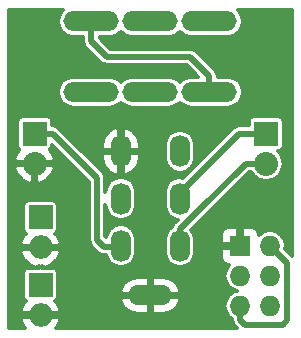
<source format=gtl>
G04 #@! TF.FileFunction,Copper,L1,Top,Signal*
%FSLAX46Y46*%
G04 Gerber Fmt 4.6, Leading zero omitted, Abs format (unit mm)*
G04 Created by KiCad (PCBNEW 4.0.4-1.fc24-product) date Tue Aug 28 16:43:53 2018*
%MOMM*%
%LPD*%
G01*
G04 APERTURE LIST*
%ADD10C,0.100000*%
%ADD11R,2.032000X2.032000*%
%ADD12O,2.032000X2.032000*%
%ADD13R,1.727200X1.727200*%
%ADD14O,1.727200X1.727200*%
%ADD15O,4.700000X1.700000*%
%ADD16O,1.700000X2.700000*%
%ADD17O,3.700000X1.700000*%
%ADD18O,1.998980X1.998980*%
%ADD19R,1.998980X1.998980*%
%ADD20C,0.500000*%
%ADD21C,0.300000*%
G04 APERTURE END LIST*
D10*
D11*
X127300000Y-81000000D03*
D12*
X127300000Y-83540000D03*
D13*
X125100000Y-90500000D03*
D14*
X127640000Y-90500000D03*
X125100000Y-93040000D03*
X127640000Y-93040000D03*
X125100000Y-95580000D03*
X127640000Y-95580000D03*
D15*
X122500000Y-71500000D03*
X117500000Y-71500000D03*
X112500000Y-71500000D03*
X122500000Y-77500000D03*
X117500000Y-77500000D03*
X112500000Y-77500000D03*
D16*
X115000000Y-82500000D03*
X115000000Y-86500000D03*
X115000000Y-90500000D03*
X120000000Y-82500000D03*
X120000000Y-86500000D03*
X120000000Y-90500000D03*
D17*
X117500000Y-94700000D03*
D11*
X107700000Y-81000000D03*
D12*
X107700000Y-83540000D03*
D18*
X108200000Y-90640000D03*
D19*
X108200000Y-88100000D03*
D18*
X108200000Y-96340000D03*
D19*
X108200000Y-93800000D03*
D20*
X125100000Y-95580000D02*
X125100000Y-96750000D01*
X128700000Y-97200000D02*
X129100000Y-96800000D01*
X125100000Y-96750000D02*
X125550000Y-97200000D01*
X125550000Y-97200000D02*
X128700000Y-97200000D01*
X129100000Y-96800000D02*
X129100000Y-91960000D01*
X128503599Y-91363599D02*
X127640000Y-90500000D01*
X129100000Y-91960000D02*
X128503599Y-91363599D01*
X107700000Y-81000000D02*
X109216000Y-81000000D01*
X109216000Y-81000000D02*
X113000000Y-84784000D01*
X113000000Y-84784000D02*
X113000000Y-90000000D01*
X113000000Y-90000000D02*
X113600000Y-90600000D01*
X113600000Y-90600000D02*
X115000000Y-90600000D01*
X125000000Y-81000000D02*
X127300000Y-81000000D01*
X120000000Y-86500000D02*
X120000000Y-86000000D01*
X120000000Y-86000000D02*
X125000000Y-81000000D01*
X125560000Y-83540000D02*
X127300000Y-83540000D01*
X121450010Y-87649990D02*
X125560000Y-83540000D01*
X120600613Y-88500010D02*
X121450010Y-87650613D01*
X120599990Y-88500010D02*
X120600613Y-88500010D01*
X120000000Y-89100000D02*
X120599990Y-88500010D01*
X121450010Y-87650613D02*
X121450010Y-87649990D01*
X120000000Y-90500000D02*
X120000000Y-89100000D01*
X113800000Y-74500000D02*
X112500000Y-73200000D01*
X112500000Y-73200000D02*
X112500000Y-71500000D01*
X120850000Y-74500000D02*
X113800000Y-74500000D01*
X122500000Y-77500000D02*
X122500000Y-76150000D01*
X122500000Y-76150000D02*
X120850000Y-74500000D01*
D21*
G36*
X110025906Y-70580761D02*
X109744102Y-71002512D01*
X109645145Y-71500000D01*
X109744102Y-71997488D01*
X110025906Y-72419239D01*
X110447657Y-72701043D01*
X110945145Y-72800000D01*
X111800000Y-72800000D01*
X111800000Y-73200000D01*
X111853284Y-73467879D01*
X112005025Y-73694975D01*
X113305023Y-74994972D01*
X113305025Y-74994975D01*
X113418573Y-75070845D01*
X113532121Y-75146716D01*
X113800000Y-75200001D01*
X113800005Y-75200000D01*
X120560050Y-75200000D01*
X121560051Y-76200000D01*
X120945145Y-76200000D01*
X120447657Y-76298957D01*
X120025906Y-76580761D01*
X120000000Y-76619532D01*
X119974094Y-76580761D01*
X119552343Y-76298957D01*
X119054855Y-76200000D01*
X115945145Y-76200000D01*
X115447657Y-76298957D01*
X115025906Y-76580761D01*
X115000000Y-76619532D01*
X114974094Y-76580761D01*
X114552343Y-76298957D01*
X114054855Y-76200000D01*
X110945145Y-76200000D01*
X110447657Y-76298957D01*
X110025906Y-76580761D01*
X109744102Y-77002512D01*
X109645145Y-77500000D01*
X109744102Y-77997488D01*
X110025906Y-78419239D01*
X110447657Y-78701043D01*
X110945145Y-78800000D01*
X114054855Y-78800000D01*
X114552343Y-78701043D01*
X114974094Y-78419239D01*
X115000000Y-78380468D01*
X115025906Y-78419239D01*
X115447657Y-78701043D01*
X115945145Y-78800000D01*
X119054855Y-78800000D01*
X119552343Y-78701043D01*
X119974094Y-78419239D01*
X120000000Y-78380468D01*
X120025906Y-78419239D01*
X120447657Y-78701043D01*
X120945145Y-78800000D01*
X124054855Y-78800000D01*
X124552343Y-78701043D01*
X124974094Y-78419239D01*
X125255898Y-77997488D01*
X125354855Y-77500000D01*
X125255898Y-77002512D01*
X124974094Y-76580761D01*
X124552343Y-76298957D01*
X124054855Y-76200000D01*
X123200000Y-76200000D01*
X123200000Y-76150000D01*
X123146716Y-75882122D01*
X122994975Y-75655025D01*
X122994972Y-75655023D01*
X121344975Y-74005025D01*
X121117879Y-73853284D01*
X120850000Y-73800000D01*
X114089949Y-73800000D01*
X113200000Y-72910050D01*
X113200000Y-72800000D01*
X114054855Y-72800000D01*
X114552343Y-72701043D01*
X114974094Y-72419239D01*
X115000000Y-72380468D01*
X115025906Y-72419239D01*
X115447657Y-72701043D01*
X115945145Y-72800000D01*
X119054855Y-72800000D01*
X119552343Y-72701043D01*
X119974094Y-72419239D01*
X120000000Y-72380468D01*
X120025906Y-72419239D01*
X120447657Y-72701043D01*
X120945145Y-72800000D01*
X124054855Y-72800000D01*
X124552343Y-72701043D01*
X124974094Y-72419239D01*
X125255898Y-71997488D01*
X125354855Y-71500000D01*
X125255898Y-71002512D01*
X124974094Y-70580761D01*
X124890641Y-70525000D01*
X129475000Y-70525000D01*
X129475000Y-91345051D01*
X128998574Y-90868624D01*
X128998571Y-90868622D01*
X128921368Y-90791419D01*
X128979335Y-90500000D01*
X128879343Y-89997307D01*
X128594590Y-89571145D01*
X128168428Y-89286392D01*
X127665735Y-89186400D01*
X127614265Y-89186400D01*
X127111572Y-89286392D01*
X126713600Y-89552309D01*
X126713600Y-89487215D01*
X126599419Y-89211559D01*
X126388441Y-89000581D01*
X126112784Y-88886400D01*
X125437500Y-88886400D01*
X125250000Y-89073900D01*
X125250000Y-90350000D01*
X125270000Y-90350000D01*
X125270000Y-90650000D01*
X125250000Y-90650000D01*
X125250000Y-90670000D01*
X124950000Y-90670000D01*
X124950000Y-90650000D01*
X123673900Y-90650000D01*
X123486400Y-90837500D01*
X123486400Y-91512785D01*
X123600581Y-91788441D01*
X123811559Y-91999419D01*
X124087216Y-92113600D01*
X124143770Y-92113600D01*
X123860657Y-92537307D01*
X123760665Y-93040000D01*
X123860657Y-93542693D01*
X124145410Y-93968855D01*
X124571572Y-94253608D01*
X124855073Y-94310000D01*
X124571572Y-94366392D01*
X124145410Y-94651145D01*
X123860657Y-95077307D01*
X123760665Y-95580000D01*
X123860657Y-96082693D01*
X124145410Y-96508855D01*
X124400000Y-96678967D01*
X124400000Y-96750000D01*
X124453284Y-97017879D01*
X124605025Y-97244975D01*
X124835050Y-97475000D01*
X109502045Y-97475000D01*
X109607826Y-97378640D01*
X109898132Y-96760827D01*
X109755557Y-96490000D01*
X108350000Y-96490000D01*
X108350000Y-96510000D01*
X108050000Y-96510000D01*
X108050000Y-96490000D01*
X106644443Y-96490000D01*
X106501868Y-96760827D01*
X106792174Y-97378640D01*
X106897955Y-97475000D01*
X105525000Y-97475000D01*
X105525000Y-91060827D01*
X106501868Y-91060827D01*
X106792174Y-91678640D01*
X107296809Y-92138330D01*
X107779174Y-92338123D01*
X108049998Y-92194772D01*
X108049998Y-92341694D01*
X107200510Y-92341694D01*
X107033750Y-92373072D01*
X106880591Y-92471627D01*
X106777842Y-92622005D01*
X106741694Y-92800510D01*
X106741694Y-94799490D01*
X106773072Y-94966250D01*
X106871627Y-95119409D01*
X106940360Y-95166372D01*
X106792174Y-95301360D01*
X106501868Y-95919173D01*
X106644443Y-96190000D01*
X108050000Y-96190000D01*
X108050000Y-96170000D01*
X108350000Y-96170000D01*
X108350000Y-96190000D01*
X109755557Y-96190000D01*
X109898132Y-95919173D01*
X109607826Y-95301360D01*
X109459937Y-95166642D01*
X109519409Y-95128373D01*
X109540608Y-95097346D01*
X114950124Y-95097346D01*
X114964390Y-95173712D01*
X115262563Y-95725305D01*
X115749125Y-96120805D01*
X116350000Y-96300000D01*
X117350000Y-96300000D01*
X117350000Y-94850000D01*
X117650000Y-94850000D01*
X117650000Y-96300000D01*
X118650000Y-96300000D01*
X119250875Y-96120805D01*
X119737437Y-95725305D01*
X120035610Y-95173712D01*
X120049876Y-95097346D01*
X119904513Y-94850000D01*
X117650000Y-94850000D01*
X117350000Y-94850000D01*
X115095487Y-94850000D01*
X114950124Y-95097346D01*
X109540608Y-95097346D01*
X109622158Y-94977995D01*
X109658306Y-94799490D01*
X109658306Y-94302654D01*
X114950124Y-94302654D01*
X115095487Y-94550000D01*
X117350000Y-94550000D01*
X117350000Y-93100000D01*
X117650000Y-93100000D01*
X117650000Y-94550000D01*
X119904513Y-94550000D01*
X120049876Y-94302654D01*
X120035610Y-94226288D01*
X119737437Y-93674695D01*
X119250875Y-93279195D01*
X118650000Y-93100000D01*
X117650000Y-93100000D01*
X117350000Y-93100000D01*
X116350000Y-93100000D01*
X115749125Y-93279195D01*
X115262563Y-93674695D01*
X114964390Y-94226288D01*
X114950124Y-94302654D01*
X109658306Y-94302654D01*
X109658306Y-92800510D01*
X109626928Y-92633750D01*
X109528373Y-92480591D01*
X109377995Y-92377842D01*
X109199490Y-92341694D01*
X108350002Y-92341694D01*
X108350002Y-92194772D01*
X108620826Y-92338123D01*
X109103191Y-92138330D01*
X109607826Y-91678640D01*
X109898132Y-91060827D01*
X109755557Y-90790000D01*
X108350000Y-90790000D01*
X108350000Y-90810000D01*
X108050000Y-90810000D01*
X108050000Y-90790000D01*
X106644443Y-90790000D01*
X106501868Y-91060827D01*
X105525000Y-91060827D01*
X105525000Y-90219173D01*
X106501868Y-90219173D01*
X106644443Y-90490000D01*
X108050000Y-90490000D01*
X108050000Y-90470000D01*
X108350000Y-90470000D01*
X108350000Y-90490000D01*
X109755557Y-90490000D01*
X109898132Y-90219173D01*
X109607826Y-89601360D01*
X109459937Y-89466642D01*
X109519409Y-89428373D01*
X109622158Y-89277995D01*
X109658306Y-89099490D01*
X109658306Y-87100510D01*
X109626928Y-86933750D01*
X109528373Y-86780591D01*
X109377995Y-86677842D01*
X109199490Y-86641694D01*
X107200510Y-86641694D01*
X107033750Y-86673072D01*
X106880591Y-86771627D01*
X106777842Y-86922005D01*
X106741694Y-87100510D01*
X106741694Y-89099490D01*
X106773072Y-89266250D01*
X106871627Y-89419409D01*
X106940360Y-89466372D01*
X106792174Y-89601360D01*
X106501868Y-90219173D01*
X105525000Y-90219173D01*
X105525000Y-83963418D01*
X105985511Y-83963418D01*
X106188263Y-84452931D01*
X106652701Y-84961955D01*
X107276580Y-85254499D01*
X107550000Y-85112128D01*
X107550000Y-83690000D01*
X107850000Y-83690000D01*
X107850000Y-85112128D01*
X108123420Y-85254499D01*
X108747299Y-84961955D01*
X109211737Y-84452931D01*
X109414489Y-83963418D01*
X109271357Y-83690000D01*
X107850000Y-83690000D01*
X107550000Y-83690000D01*
X106128643Y-83690000D01*
X105985511Y-83963418D01*
X105525000Y-83963418D01*
X105525000Y-83116582D01*
X105985511Y-83116582D01*
X106128643Y-83390000D01*
X107550000Y-83390000D01*
X107550000Y-83370000D01*
X107850000Y-83370000D01*
X107850000Y-83390000D01*
X109271357Y-83390000D01*
X109414489Y-83116582D01*
X109211737Y-82627069D01*
X108984473Y-82377988D01*
X109035919Y-82344883D01*
X109138668Y-82194505D01*
X109174816Y-82016000D01*
X109174816Y-81948766D01*
X112300000Y-85073950D01*
X112300000Y-90000000D01*
X112353284Y-90267879D01*
X112505025Y-90494975D01*
X113105025Y-91094975D01*
X113332121Y-91246716D01*
X113600000Y-91300000D01*
X113752660Y-91300000D01*
X113798957Y-91532752D01*
X114080761Y-91954503D01*
X114502512Y-92236307D01*
X115000000Y-92335264D01*
X115497488Y-92236307D01*
X115919239Y-91954503D01*
X116201043Y-91532752D01*
X116300000Y-91035264D01*
X116300000Y-89964736D01*
X116201043Y-89467248D01*
X115919239Y-89045497D01*
X115497488Y-88763693D01*
X115000000Y-88664736D01*
X114502512Y-88763693D01*
X114080761Y-89045497D01*
X113798957Y-89467248D01*
X113742255Y-89752305D01*
X113700000Y-89710050D01*
X113700000Y-87035264D01*
X113798957Y-87532752D01*
X114080761Y-87954503D01*
X114502512Y-88236307D01*
X115000000Y-88335264D01*
X115497488Y-88236307D01*
X115919239Y-87954503D01*
X116201043Y-87532752D01*
X116300000Y-87035264D01*
X116300000Y-85964736D01*
X118700000Y-85964736D01*
X118700000Y-87035264D01*
X118798957Y-87532752D01*
X119080761Y-87954503D01*
X119502512Y-88236307D01*
X119812152Y-88297898D01*
X119505025Y-88605025D01*
X119353284Y-88832121D01*
X119353284Y-88832122D01*
X119346108Y-88868198D01*
X119080761Y-89045497D01*
X118798957Y-89467248D01*
X118700000Y-89964736D01*
X118700000Y-91035264D01*
X118798957Y-91532752D01*
X119080761Y-91954503D01*
X119502512Y-92236307D01*
X120000000Y-92335264D01*
X120497488Y-92236307D01*
X120919239Y-91954503D01*
X121201043Y-91532752D01*
X121300000Y-91035264D01*
X121300000Y-89964736D01*
X121205015Y-89487215D01*
X123486400Y-89487215D01*
X123486400Y-90162500D01*
X123673900Y-90350000D01*
X124950000Y-90350000D01*
X124950000Y-89073900D01*
X124762500Y-88886400D01*
X124087216Y-88886400D01*
X123811559Y-89000581D01*
X123600581Y-89211559D01*
X123486400Y-89487215D01*
X121205015Y-89487215D01*
X121201043Y-89467248D01*
X120969393Y-89120557D01*
X121093710Y-88996240D01*
X121095588Y-88994985D01*
X121944985Y-88145588D01*
X121946240Y-88143710D01*
X125849949Y-84240000D01*
X126009739Y-84240000D01*
X126234660Y-84576619D01*
X126710265Y-84894407D01*
X127271279Y-85006000D01*
X127328721Y-85006000D01*
X127889735Y-84894407D01*
X128365340Y-84576619D01*
X128683128Y-84101014D01*
X128794721Y-83540000D01*
X128683128Y-82978986D01*
X128365340Y-82503381D01*
X128321141Y-82473849D01*
X128482760Y-82443438D01*
X128635919Y-82344883D01*
X128738668Y-82194505D01*
X128774816Y-82016000D01*
X128774816Y-79984000D01*
X128743438Y-79817240D01*
X128644883Y-79664081D01*
X128494505Y-79561332D01*
X128316000Y-79525184D01*
X126284000Y-79525184D01*
X126117240Y-79556562D01*
X125964081Y-79655117D01*
X125861332Y-79805495D01*
X125825184Y-79984000D01*
X125825184Y-80300000D01*
X125000000Y-80300000D01*
X124732121Y-80353284D01*
X124505025Y-80505025D01*
X120288022Y-84722028D01*
X120000000Y-84664736D01*
X119502512Y-84763693D01*
X119080761Y-85045497D01*
X118798957Y-85467248D01*
X118700000Y-85964736D01*
X116300000Y-85964736D01*
X116201043Y-85467248D01*
X115919239Y-85045497D01*
X115497488Y-84763693D01*
X115000000Y-84664736D01*
X114502512Y-84763693D01*
X114080761Y-85045497D01*
X113798957Y-85467248D01*
X113700000Y-85964736D01*
X113700000Y-84784000D01*
X113653430Y-84549876D01*
X113646716Y-84516121D01*
X113494975Y-84289025D01*
X111855950Y-82650000D01*
X113400000Y-82650000D01*
X113400000Y-83150000D01*
X113579195Y-83750875D01*
X113974695Y-84237437D01*
X114526288Y-84535610D01*
X114602654Y-84549876D01*
X114850000Y-84404513D01*
X114850000Y-82650000D01*
X115150000Y-82650000D01*
X115150000Y-84404513D01*
X115397346Y-84549876D01*
X115473712Y-84535610D01*
X116025305Y-84237437D01*
X116420805Y-83750875D01*
X116600000Y-83150000D01*
X116600000Y-82650000D01*
X115150000Y-82650000D01*
X114850000Y-82650000D01*
X113400000Y-82650000D01*
X111855950Y-82650000D01*
X111055950Y-81850000D01*
X113400000Y-81850000D01*
X113400000Y-82350000D01*
X114850000Y-82350000D01*
X114850000Y-80595487D01*
X115150000Y-80595487D01*
X115150000Y-82350000D01*
X116600000Y-82350000D01*
X116600000Y-81964736D01*
X118700000Y-81964736D01*
X118700000Y-83035264D01*
X118798957Y-83532752D01*
X119080761Y-83954503D01*
X119502512Y-84236307D01*
X120000000Y-84335264D01*
X120497488Y-84236307D01*
X120919239Y-83954503D01*
X121201043Y-83532752D01*
X121300000Y-83035264D01*
X121300000Y-81964736D01*
X121201043Y-81467248D01*
X120919239Y-81045497D01*
X120497488Y-80763693D01*
X120000000Y-80664736D01*
X119502512Y-80763693D01*
X119080761Y-81045497D01*
X118798957Y-81467248D01*
X118700000Y-81964736D01*
X116600000Y-81964736D01*
X116600000Y-81850000D01*
X116420805Y-81249125D01*
X116025305Y-80762563D01*
X115473712Y-80464390D01*
X115397346Y-80450124D01*
X115150000Y-80595487D01*
X114850000Y-80595487D01*
X114602654Y-80450124D01*
X114526288Y-80464390D01*
X113974695Y-80762563D01*
X113579195Y-81249125D01*
X113400000Y-81850000D01*
X111055950Y-81850000D01*
X109710975Y-80505025D01*
X109483879Y-80353284D01*
X109216000Y-80300000D01*
X109174816Y-80300000D01*
X109174816Y-79984000D01*
X109143438Y-79817240D01*
X109044883Y-79664081D01*
X108894505Y-79561332D01*
X108716000Y-79525184D01*
X106684000Y-79525184D01*
X106517240Y-79556562D01*
X106364081Y-79655117D01*
X106261332Y-79805495D01*
X106225184Y-79984000D01*
X106225184Y-82016000D01*
X106256562Y-82182760D01*
X106355117Y-82335919D01*
X106415972Y-82377500D01*
X106188263Y-82627069D01*
X105985511Y-83116582D01*
X105525000Y-83116582D01*
X105525000Y-70525000D01*
X110109359Y-70525000D01*
X110025906Y-70580761D01*
X110025906Y-70580761D01*
G37*
X110025906Y-70580761D02*
X109744102Y-71002512D01*
X109645145Y-71500000D01*
X109744102Y-71997488D01*
X110025906Y-72419239D01*
X110447657Y-72701043D01*
X110945145Y-72800000D01*
X111800000Y-72800000D01*
X111800000Y-73200000D01*
X111853284Y-73467879D01*
X112005025Y-73694975D01*
X113305023Y-74994972D01*
X113305025Y-74994975D01*
X113418573Y-75070845D01*
X113532121Y-75146716D01*
X113800000Y-75200001D01*
X113800005Y-75200000D01*
X120560050Y-75200000D01*
X121560051Y-76200000D01*
X120945145Y-76200000D01*
X120447657Y-76298957D01*
X120025906Y-76580761D01*
X120000000Y-76619532D01*
X119974094Y-76580761D01*
X119552343Y-76298957D01*
X119054855Y-76200000D01*
X115945145Y-76200000D01*
X115447657Y-76298957D01*
X115025906Y-76580761D01*
X115000000Y-76619532D01*
X114974094Y-76580761D01*
X114552343Y-76298957D01*
X114054855Y-76200000D01*
X110945145Y-76200000D01*
X110447657Y-76298957D01*
X110025906Y-76580761D01*
X109744102Y-77002512D01*
X109645145Y-77500000D01*
X109744102Y-77997488D01*
X110025906Y-78419239D01*
X110447657Y-78701043D01*
X110945145Y-78800000D01*
X114054855Y-78800000D01*
X114552343Y-78701043D01*
X114974094Y-78419239D01*
X115000000Y-78380468D01*
X115025906Y-78419239D01*
X115447657Y-78701043D01*
X115945145Y-78800000D01*
X119054855Y-78800000D01*
X119552343Y-78701043D01*
X119974094Y-78419239D01*
X120000000Y-78380468D01*
X120025906Y-78419239D01*
X120447657Y-78701043D01*
X120945145Y-78800000D01*
X124054855Y-78800000D01*
X124552343Y-78701043D01*
X124974094Y-78419239D01*
X125255898Y-77997488D01*
X125354855Y-77500000D01*
X125255898Y-77002512D01*
X124974094Y-76580761D01*
X124552343Y-76298957D01*
X124054855Y-76200000D01*
X123200000Y-76200000D01*
X123200000Y-76150000D01*
X123146716Y-75882122D01*
X122994975Y-75655025D01*
X122994972Y-75655023D01*
X121344975Y-74005025D01*
X121117879Y-73853284D01*
X120850000Y-73800000D01*
X114089949Y-73800000D01*
X113200000Y-72910050D01*
X113200000Y-72800000D01*
X114054855Y-72800000D01*
X114552343Y-72701043D01*
X114974094Y-72419239D01*
X115000000Y-72380468D01*
X115025906Y-72419239D01*
X115447657Y-72701043D01*
X115945145Y-72800000D01*
X119054855Y-72800000D01*
X119552343Y-72701043D01*
X119974094Y-72419239D01*
X120000000Y-72380468D01*
X120025906Y-72419239D01*
X120447657Y-72701043D01*
X120945145Y-72800000D01*
X124054855Y-72800000D01*
X124552343Y-72701043D01*
X124974094Y-72419239D01*
X125255898Y-71997488D01*
X125354855Y-71500000D01*
X125255898Y-71002512D01*
X124974094Y-70580761D01*
X124890641Y-70525000D01*
X129475000Y-70525000D01*
X129475000Y-91345051D01*
X128998574Y-90868624D01*
X128998571Y-90868622D01*
X128921368Y-90791419D01*
X128979335Y-90500000D01*
X128879343Y-89997307D01*
X128594590Y-89571145D01*
X128168428Y-89286392D01*
X127665735Y-89186400D01*
X127614265Y-89186400D01*
X127111572Y-89286392D01*
X126713600Y-89552309D01*
X126713600Y-89487215D01*
X126599419Y-89211559D01*
X126388441Y-89000581D01*
X126112784Y-88886400D01*
X125437500Y-88886400D01*
X125250000Y-89073900D01*
X125250000Y-90350000D01*
X125270000Y-90350000D01*
X125270000Y-90650000D01*
X125250000Y-90650000D01*
X125250000Y-90670000D01*
X124950000Y-90670000D01*
X124950000Y-90650000D01*
X123673900Y-90650000D01*
X123486400Y-90837500D01*
X123486400Y-91512785D01*
X123600581Y-91788441D01*
X123811559Y-91999419D01*
X124087216Y-92113600D01*
X124143770Y-92113600D01*
X123860657Y-92537307D01*
X123760665Y-93040000D01*
X123860657Y-93542693D01*
X124145410Y-93968855D01*
X124571572Y-94253608D01*
X124855073Y-94310000D01*
X124571572Y-94366392D01*
X124145410Y-94651145D01*
X123860657Y-95077307D01*
X123760665Y-95580000D01*
X123860657Y-96082693D01*
X124145410Y-96508855D01*
X124400000Y-96678967D01*
X124400000Y-96750000D01*
X124453284Y-97017879D01*
X124605025Y-97244975D01*
X124835050Y-97475000D01*
X109502045Y-97475000D01*
X109607826Y-97378640D01*
X109898132Y-96760827D01*
X109755557Y-96490000D01*
X108350000Y-96490000D01*
X108350000Y-96510000D01*
X108050000Y-96510000D01*
X108050000Y-96490000D01*
X106644443Y-96490000D01*
X106501868Y-96760827D01*
X106792174Y-97378640D01*
X106897955Y-97475000D01*
X105525000Y-97475000D01*
X105525000Y-91060827D01*
X106501868Y-91060827D01*
X106792174Y-91678640D01*
X107296809Y-92138330D01*
X107779174Y-92338123D01*
X108049998Y-92194772D01*
X108049998Y-92341694D01*
X107200510Y-92341694D01*
X107033750Y-92373072D01*
X106880591Y-92471627D01*
X106777842Y-92622005D01*
X106741694Y-92800510D01*
X106741694Y-94799490D01*
X106773072Y-94966250D01*
X106871627Y-95119409D01*
X106940360Y-95166372D01*
X106792174Y-95301360D01*
X106501868Y-95919173D01*
X106644443Y-96190000D01*
X108050000Y-96190000D01*
X108050000Y-96170000D01*
X108350000Y-96170000D01*
X108350000Y-96190000D01*
X109755557Y-96190000D01*
X109898132Y-95919173D01*
X109607826Y-95301360D01*
X109459937Y-95166642D01*
X109519409Y-95128373D01*
X109540608Y-95097346D01*
X114950124Y-95097346D01*
X114964390Y-95173712D01*
X115262563Y-95725305D01*
X115749125Y-96120805D01*
X116350000Y-96300000D01*
X117350000Y-96300000D01*
X117350000Y-94850000D01*
X117650000Y-94850000D01*
X117650000Y-96300000D01*
X118650000Y-96300000D01*
X119250875Y-96120805D01*
X119737437Y-95725305D01*
X120035610Y-95173712D01*
X120049876Y-95097346D01*
X119904513Y-94850000D01*
X117650000Y-94850000D01*
X117350000Y-94850000D01*
X115095487Y-94850000D01*
X114950124Y-95097346D01*
X109540608Y-95097346D01*
X109622158Y-94977995D01*
X109658306Y-94799490D01*
X109658306Y-94302654D01*
X114950124Y-94302654D01*
X115095487Y-94550000D01*
X117350000Y-94550000D01*
X117350000Y-93100000D01*
X117650000Y-93100000D01*
X117650000Y-94550000D01*
X119904513Y-94550000D01*
X120049876Y-94302654D01*
X120035610Y-94226288D01*
X119737437Y-93674695D01*
X119250875Y-93279195D01*
X118650000Y-93100000D01*
X117650000Y-93100000D01*
X117350000Y-93100000D01*
X116350000Y-93100000D01*
X115749125Y-93279195D01*
X115262563Y-93674695D01*
X114964390Y-94226288D01*
X114950124Y-94302654D01*
X109658306Y-94302654D01*
X109658306Y-92800510D01*
X109626928Y-92633750D01*
X109528373Y-92480591D01*
X109377995Y-92377842D01*
X109199490Y-92341694D01*
X108350002Y-92341694D01*
X108350002Y-92194772D01*
X108620826Y-92338123D01*
X109103191Y-92138330D01*
X109607826Y-91678640D01*
X109898132Y-91060827D01*
X109755557Y-90790000D01*
X108350000Y-90790000D01*
X108350000Y-90810000D01*
X108050000Y-90810000D01*
X108050000Y-90790000D01*
X106644443Y-90790000D01*
X106501868Y-91060827D01*
X105525000Y-91060827D01*
X105525000Y-90219173D01*
X106501868Y-90219173D01*
X106644443Y-90490000D01*
X108050000Y-90490000D01*
X108050000Y-90470000D01*
X108350000Y-90470000D01*
X108350000Y-90490000D01*
X109755557Y-90490000D01*
X109898132Y-90219173D01*
X109607826Y-89601360D01*
X109459937Y-89466642D01*
X109519409Y-89428373D01*
X109622158Y-89277995D01*
X109658306Y-89099490D01*
X109658306Y-87100510D01*
X109626928Y-86933750D01*
X109528373Y-86780591D01*
X109377995Y-86677842D01*
X109199490Y-86641694D01*
X107200510Y-86641694D01*
X107033750Y-86673072D01*
X106880591Y-86771627D01*
X106777842Y-86922005D01*
X106741694Y-87100510D01*
X106741694Y-89099490D01*
X106773072Y-89266250D01*
X106871627Y-89419409D01*
X106940360Y-89466372D01*
X106792174Y-89601360D01*
X106501868Y-90219173D01*
X105525000Y-90219173D01*
X105525000Y-83963418D01*
X105985511Y-83963418D01*
X106188263Y-84452931D01*
X106652701Y-84961955D01*
X107276580Y-85254499D01*
X107550000Y-85112128D01*
X107550000Y-83690000D01*
X107850000Y-83690000D01*
X107850000Y-85112128D01*
X108123420Y-85254499D01*
X108747299Y-84961955D01*
X109211737Y-84452931D01*
X109414489Y-83963418D01*
X109271357Y-83690000D01*
X107850000Y-83690000D01*
X107550000Y-83690000D01*
X106128643Y-83690000D01*
X105985511Y-83963418D01*
X105525000Y-83963418D01*
X105525000Y-83116582D01*
X105985511Y-83116582D01*
X106128643Y-83390000D01*
X107550000Y-83390000D01*
X107550000Y-83370000D01*
X107850000Y-83370000D01*
X107850000Y-83390000D01*
X109271357Y-83390000D01*
X109414489Y-83116582D01*
X109211737Y-82627069D01*
X108984473Y-82377988D01*
X109035919Y-82344883D01*
X109138668Y-82194505D01*
X109174816Y-82016000D01*
X109174816Y-81948766D01*
X112300000Y-85073950D01*
X112300000Y-90000000D01*
X112353284Y-90267879D01*
X112505025Y-90494975D01*
X113105025Y-91094975D01*
X113332121Y-91246716D01*
X113600000Y-91300000D01*
X113752660Y-91300000D01*
X113798957Y-91532752D01*
X114080761Y-91954503D01*
X114502512Y-92236307D01*
X115000000Y-92335264D01*
X115497488Y-92236307D01*
X115919239Y-91954503D01*
X116201043Y-91532752D01*
X116300000Y-91035264D01*
X116300000Y-89964736D01*
X116201043Y-89467248D01*
X115919239Y-89045497D01*
X115497488Y-88763693D01*
X115000000Y-88664736D01*
X114502512Y-88763693D01*
X114080761Y-89045497D01*
X113798957Y-89467248D01*
X113742255Y-89752305D01*
X113700000Y-89710050D01*
X113700000Y-87035264D01*
X113798957Y-87532752D01*
X114080761Y-87954503D01*
X114502512Y-88236307D01*
X115000000Y-88335264D01*
X115497488Y-88236307D01*
X115919239Y-87954503D01*
X116201043Y-87532752D01*
X116300000Y-87035264D01*
X116300000Y-85964736D01*
X118700000Y-85964736D01*
X118700000Y-87035264D01*
X118798957Y-87532752D01*
X119080761Y-87954503D01*
X119502512Y-88236307D01*
X119812152Y-88297898D01*
X119505025Y-88605025D01*
X119353284Y-88832121D01*
X119353284Y-88832122D01*
X119346108Y-88868198D01*
X119080761Y-89045497D01*
X118798957Y-89467248D01*
X118700000Y-89964736D01*
X118700000Y-91035264D01*
X118798957Y-91532752D01*
X119080761Y-91954503D01*
X119502512Y-92236307D01*
X120000000Y-92335264D01*
X120497488Y-92236307D01*
X120919239Y-91954503D01*
X121201043Y-91532752D01*
X121300000Y-91035264D01*
X121300000Y-89964736D01*
X121205015Y-89487215D01*
X123486400Y-89487215D01*
X123486400Y-90162500D01*
X123673900Y-90350000D01*
X124950000Y-90350000D01*
X124950000Y-89073900D01*
X124762500Y-88886400D01*
X124087216Y-88886400D01*
X123811559Y-89000581D01*
X123600581Y-89211559D01*
X123486400Y-89487215D01*
X121205015Y-89487215D01*
X121201043Y-89467248D01*
X120969393Y-89120557D01*
X121093710Y-88996240D01*
X121095588Y-88994985D01*
X121944985Y-88145588D01*
X121946240Y-88143710D01*
X125849949Y-84240000D01*
X126009739Y-84240000D01*
X126234660Y-84576619D01*
X126710265Y-84894407D01*
X127271279Y-85006000D01*
X127328721Y-85006000D01*
X127889735Y-84894407D01*
X128365340Y-84576619D01*
X128683128Y-84101014D01*
X128794721Y-83540000D01*
X128683128Y-82978986D01*
X128365340Y-82503381D01*
X128321141Y-82473849D01*
X128482760Y-82443438D01*
X128635919Y-82344883D01*
X128738668Y-82194505D01*
X128774816Y-82016000D01*
X128774816Y-79984000D01*
X128743438Y-79817240D01*
X128644883Y-79664081D01*
X128494505Y-79561332D01*
X128316000Y-79525184D01*
X126284000Y-79525184D01*
X126117240Y-79556562D01*
X125964081Y-79655117D01*
X125861332Y-79805495D01*
X125825184Y-79984000D01*
X125825184Y-80300000D01*
X125000000Y-80300000D01*
X124732121Y-80353284D01*
X124505025Y-80505025D01*
X120288022Y-84722028D01*
X120000000Y-84664736D01*
X119502512Y-84763693D01*
X119080761Y-85045497D01*
X118798957Y-85467248D01*
X118700000Y-85964736D01*
X116300000Y-85964736D01*
X116201043Y-85467248D01*
X115919239Y-85045497D01*
X115497488Y-84763693D01*
X115000000Y-84664736D01*
X114502512Y-84763693D01*
X114080761Y-85045497D01*
X113798957Y-85467248D01*
X113700000Y-85964736D01*
X113700000Y-84784000D01*
X113653430Y-84549876D01*
X113646716Y-84516121D01*
X113494975Y-84289025D01*
X111855950Y-82650000D01*
X113400000Y-82650000D01*
X113400000Y-83150000D01*
X113579195Y-83750875D01*
X113974695Y-84237437D01*
X114526288Y-84535610D01*
X114602654Y-84549876D01*
X114850000Y-84404513D01*
X114850000Y-82650000D01*
X115150000Y-82650000D01*
X115150000Y-84404513D01*
X115397346Y-84549876D01*
X115473712Y-84535610D01*
X116025305Y-84237437D01*
X116420805Y-83750875D01*
X116600000Y-83150000D01*
X116600000Y-82650000D01*
X115150000Y-82650000D01*
X114850000Y-82650000D01*
X113400000Y-82650000D01*
X111855950Y-82650000D01*
X111055950Y-81850000D01*
X113400000Y-81850000D01*
X113400000Y-82350000D01*
X114850000Y-82350000D01*
X114850000Y-80595487D01*
X115150000Y-80595487D01*
X115150000Y-82350000D01*
X116600000Y-82350000D01*
X116600000Y-81964736D01*
X118700000Y-81964736D01*
X118700000Y-83035264D01*
X118798957Y-83532752D01*
X119080761Y-83954503D01*
X119502512Y-84236307D01*
X120000000Y-84335264D01*
X120497488Y-84236307D01*
X120919239Y-83954503D01*
X121201043Y-83532752D01*
X121300000Y-83035264D01*
X121300000Y-81964736D01*
X121201043Y-81467248D01*
X120919239Y-81045497D01*
X120497488Y-80763693D01*
X120000000Y-80664736D01*
X119502512Y-80763693D01*
X119080761Y-81045497D01*
X118798957Y-81467248D01*
X118700000Y-81964736D01*
X116600000Y-81964736D01*
X116600000Y-81850000D01*
X116420805Y-81249125D01*
X116025305Y-80762563D01*
X115473712Y-80464390D01*
X115397346Y-80450124D01*
X115150000Y-80595487D01*
X114850000Y-80595487D01*
X114602654Y-80450124D01*
X114526288Y-80464390D01*
X113974695Y-80762563D01*
X113579195Y-81249125D01*
X113400000Y-81850000D01*
X111055950Y-81850000D01*
X109710975Y-80505025D01*
X109483879Y-80353284D01*
X109216000Y-80300000D01*
X109174816Y-80300000D01*
X109174816Y-79984000D01*
X109143438Y-79817240D01*
X109044883Y-79664081D01*
X108894505Y-79561332D01*
X108716000Y-79525184D01*
X106684000Y-79525184D01*
X106517240Y-79556562D01*
X106364081Y-79655117D01*
X106261332Y-79805495D01*
X106225184Y-79984000D01*
X106225184Y-82016000D01*
X106256562Y-82182760D01*
X106355117Y-82335919D01*
X106415972Y-82377500D01*
X106188263Y-82627069D01*
X105985511Y-83116582D01*
X105525000Y-83116582D01*
X105525000Y-70525000D01*
X110109359Y-70525000D01*
X110025906Y-70580761D01*
G36*
X127790000Y-95430000D02*
X127810000Y-95430000D01*
X127810000Y-95730000D01*
X127790000Y-95730000D01*
X127790000Y-95750000D01*
X127490000Y-95750000D01*
X127490000Y-95730000D01*
X127470000Y-95730000D01*
X127470000Y-95430000D01*
X127490000Y-95430000D01*
X127490000Y-95410000D01*
X127790000Y-95410000D01*
X127790000Y-95430000D01*
X127790000Y-95430000D01*
G37*
X127790000Y-95430000D02*
X127810000Y-95430000D01*
X127810000Y-95730000D01*
X127790000Y-95730000D01*
X127790000Y-95750000D01*
X127490000Y-95750000D01*
X127490000Y-95730000D01*
X127470000Y-95730000D01*
X127470000Y-95430000D01*
X127490000Y-95430000D01*
X127490000Y-95410000D01*
X127790000Y-95410000D01*
X127790000Y-95430000D01*
M02*

</source>
